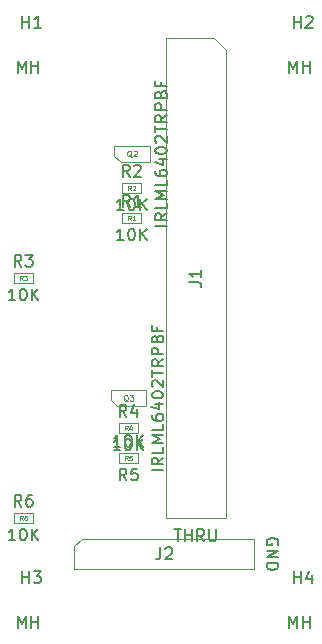
<source format=gbr>
G04 #@! TF.GenerationSoftware,KiCad,Pcbnew,(5.1.9)-1*
G04 #@! TF.CreationDate,2021-11-12T16:09:24-07:00*
G04 #@! TF.ProjectId,ABSIS_Nano_Relay_Module,41425349-535f-44e6-916e-6f5f52656c61,1*
G04 #@! TF.SameCoordinates,Original*
G04 #@! TF.FileFunction,Other,Fab,Top*
%FSLAX46Y46*%
G04 Gerber Fmt 4.6, Leading zero omitted, Abs format (unit mm)*
G04 Created by KiCad (PCBNEW (5.1.9)-1) date 2021-11-12 16:09:24*
%MOMM*%
%LPD*%
G01*
G04 APERTURE LIST*
%ADD10C,0.100000*%
%ADD11C,0.150000*%
%ADD12C,0.060000*%
%ADD13C,0.075000*%
G04 APERTURE END LIST*
D10*
X131635000Y-108192500D02*
X131635000Y-107367500D01*
X131635000Y-107367500D02*
X133235000Y-107367500D01*
X133235000Y-107367500D02*
X133235000Y-108192500D01*
X133235000Y-108192500D02*
X131635000Y-108192500D01*
X142125000Y-102287500D02*
X142125000Y-103112500D01*
X142125000Y-103112500D02*
X140525000Y-103112500D01*
X140525000Y-103112500D02*
X140525000Y-102287500D01*
X140525000Y-102287500D02*
X142125000Y-102287500D01*
X140525000Y-100572500D02*
X140525000Y-99747500D01*
X140525000Y-99747500D02*
X142125000Y-99747500D01*
X142125000Y-99747500D02*
X142125000Y-100572500D01*
X142125000Y-100572500D02*
X140525000Y-100572500D01*
X131635000Y-87872500D02*
X131635000Y-87047500D01*
X131635000Y-87047500D02*
X133235000Y-87047500D01*
X133235000Y-87047500D02*
X133235000Y-87872500D01*
X133235000Y-87872500D02*
X131635000Y-87872500D01*
X140802500Y-80252500D02*
X140802500Y-79427500D01*
X140802500Y-79427500D02*
X142402500Y-79427500D01*
X142402500Y-79427500D02*
X142402500Y-80252500D01*
X142402500Y-80252500D02*
X140802500Y-80252500D01*
X140802500Y-82792500D02*
X140802500Y-81967500D01*
X140802500Y-81967500D02*
X142402500Y-81967500D01*
X142402500Y-81967500D02*
X142402500Y-82792500D01*
X142402500Y-82792500D02*
X140802500Y-82792500D01*
X140375000Y-98320000D02*
X142825000Y-98320000D01*
X139805000Y-97770000D02*
X139805000Y-96920000D01*
X140375000Y-98320000D02*
X139805000Y-97770000D01*
X139805000Y-96920000D02*
X142845000Y-96920000D01*
X142845000Y-98320000D02*
X142845000Y-96920000D01*
X140690000Y-77635000D02*
X143140000Y-77635000D01*
X140120000Y-77085000D02*
X140120000Y-76235000D01*
X140690000Y-77635000D02*
X140120000Y-77085000D01*
X140120000Y-76235000D02*
X143160000Y-76235000D01*
X143160000Y-77635000D02*
X143160000Y-76235000D01*
X136740000Y-112080000D02*
X136740000Y-110175000D01*
X136740000Y-110175000D02*
X137375000Y-109540000D01*
X137375000Y-109540000D02*
X151980000Y-109540000D01*
X151980000Y-109540000D02*
X151980000Y-112080000D01*
X151980000Y-112080000D02*
X136740000Y-112080000D01*
X144500000Y-67140000D02*
X148580000Y-67140000D01*
X148580000Y-67140000D02*
X149580000Y-68140000D01*
X149580000Y-68140000D02*
X149580000Y-107780000D01*
X149580000Y-107780000D02*
X144500000Y-107780000D01*
X144500000Y-107780000D02*
X144500000Y-67140000D01*
D11*
X132268333Y-106802380D02*
X131935000Y-106326190D01*
X131696904Y-106802380D02*
X131696904Y-105802380D01*
X132077857Y-105802380D01*
X132173095Y-105850000D01*
X132220714Y-105897619D01*
X132268333Y-105992857D01*
X132268333Y-106135714D01*
X132220714Y-106230952D01*
X132173095Y-106278571D01*
X132077857Y-106326190D01*
X131696904Y-106326190D01*
X133125476Y-105802380D02*
X132935000Y-105802380D01*
X132839761Y-105850000D01*
X132792142Y-105897619D01*
X132696904Y-106040476D01*
X132649285Y-106230952D01*
X132649285Y-106611904D01*
X132696904Y-106707142D01*
X132744523Y-106754761D01*
X132839761Y-106802380D01*
X133030238Y-106802380D01*
X133125476Y-106754761D01*
X133173095Y-106707142D01*
X133220714Y-106611904D01*
X133220714Y-106373809D01*
X133173095Y-106278571D01*
X133125476Y-106230952D01*
X133030238Y-106183333D01*
X132839761Y-106183333D01*
X132744523Y-106230952D01*
X132696904Y-106278571D01*
X132649285Y-106373809D01*
X131744523Y-109662380D02*
X131173095Y-109662380D01*
X131458809Y-109662380D02*
X131458809Y-108662380D01*
X131363571Y-108805238D01*
X131268333Y-108900476D01*
X131173095Y-108948095D01*
X132363571Y-108662380D02*
X132458809Y-108662380D01*
X132554047Y-108710000D01*
X132601666Y-108757619D01*
X132649285Y-108852857D01*
X132696904Y-109043333D01*
X132696904Y-109281428D01*
X132649285Y-109471904D01*
X132601666Y-109567142D01*
X132554047Y-109614761D01*
X132458809Y-109662380D01*
X132363571Y-109662380D01*
X132268333Y-109614761D01*
X132220714Y-109567142D01*
X132173095Y-109471904D01*
X132125476Y-109281428D01*
X132125476Y-109043333D01*
X132173095Y-108852857D01*
X132220714Y-108757619D01*
X132268333Y-108710000D01*
X132363571Y-108662380D01*
X133125476Y-109662380D02*
X133125476Y-108662380D01*
X133696904Y-109662380D02*
X133268333Y-109090952D01*
X133696904Y-108662380D02*
X133125476Y-109233809D01*
D12*
X132368333Y-107960952D02*
X132235000Y-107770476D01*
X132139761Y-107960952D02*
X132139761Y-107560952D01*
X132292142Y-107560952D01*
X132330238Y-107580000D01*
X132349285Y-107599047D01*
X132368333Y-107637142D01*
X132368333Y-107694285D01*
X132349285Y-107732380D01*
X132330238Y-107751428D01*
X132292142Y-107770476D01*
X132139761Y-107770476D01*
X132711190Y-107560952D02*
X132635000Y-107560952D01*
X132596904Y-107580000D01*
X132577857Y-107599047D01*
X132539761Y-107656190D01*
X132520714Y-107732380D01*
X132520714Y-107884761D01*
X132539761Y-107922857D01*
X132558809Y-107941904D01*
X132596904Y-107960952D01*
X132673095Y-107960952D01*
X132711190Y-107941904D01*
X132730238Y-107922857D01*
X132749285Y-107884761D01*
X132749285Y-107789523D01*
X132730238Y-107751428D01*
X132711190Y-107732380D01*
X132673095Y-107713333D01*
X132596904Y-107713333D01*
X132558809Y-107732380D01*
X132539761Y-107751428D01*
X132520714Y-107789523D01*
D11*
X141158333Y-104582380D02*
X140825000Y-104106190D01*
X140586904Y-104582380D02*
X140586904Y-103582380D01*
X140967857Y-103582380D01*
X141063095Y-103630000D01*
X141110714Y-103677619D01*
X141158333Y-103772857D01*
X141158333Y-103915714D01*
X141110714Y-104010952D01*
X141063095Y-104058571D01*
X140967857Y-104106190D01*
X140586904Y-104106190D01*
X142063095Y-103582380D02*
X141586904Y-103582380D01*
X141539285Y-104058571D01*
X141586904Y-104010952D01*
X141682142Y-103963333D01*
X141920238Y-103963333D01*
X142015476Y-104010952D01*
X142063095Y-104058571D01*
X142110714Y-104153809D01*
X142110714Y-104391904D01*
X142063095Y-104487142D01*
X142015476Y-104534761D01*
X141920238Y-104582380D01*
X141682142Y-104582380D01*
X141586904Y-104534761D01*
X141539285Y-104487142D01*
X140634523Y-101722380D02*
X140063095Y-101722380D01*
X140348809Y-101722380D02*
X140348809Y-100722380D01*
X140253571Y-100865238D01*
X140158333Y-100960476D01*
X140063095Y-101008095D01*
X141253571Y-100722380D02*
X141348809Y-100722380D01*
X141444047Y-100770000D01*
X141491666Y-100817619D01*
X141539285Y-100912857D01*
X141586904Y-101103333D01*
X141586904Y-101341428D01*
X141539285Y-101531904D01*
X141491666Y-101627142D01*
X141444047Y-101674761D01*
X141348809Y-101722380D01*
X141253571Y-101722380D01*
X141158333Y-101674761D01*
X141110714Y-101627142D01*
X141063095Y-101531904D01*
X141015476Y-101341428D01*
X141015476Y-101103333D01*
X141063095Y-100912857D01*
X141110714Y-100817619D01*
X141158333Y-100770000D01*
X141253571Y-100722380D01*
X142015476Y-101722380D02*
X142015476Y-100722380D01*
X142586904Y-101722380D02*
X142158333Y-101150952D01*
X142586904Y-100722380D02*
X142015476Y-101293809D01*
D12*
X141258333Y-102880952D02*
X141125000Y-102690476D01*
X141029761Y-102880952D02*
X141029761Y-102480952D01*
X141182142Y-102480952D01*
X141220238Y-102500000D01*
X141239285Y-102519047D01*
X141258333Y-102557142D01*
X141258333Y-102614285D01*
X141239285Y-102652380D01*
X141220238Y-102671428D01*
X141182142Y-102690476D01*
X141029761Y-102690476D01*
X141620238Y-102480952D02*
X141429761Y-102480952D01*
X141410714Y-102671428D01*
X141429761Y-102652380D01*
X141467857Y-102633333D01*
X141563095Y-102633333D01*
X141601190Y-102652380D01*
X141620238Y-102671428D01*
X141639285Y-102709523D01*
X141639285Y-102804761D01*
X141620238Y-102842857D01*
X141601190Y-102861904D01*
X141563095Y-102880952D01*
X141467857Y-102880952D01*
X141429761Y-102861904D01*
X141410714Y-102842857D01*
D11*
X141158333Y-99182380D02*
X140825000Y-98706190D01*
X140586904Y-99182380D02*
X140586904Y-98182380D01*
X140967857Y-98182380D01*
X141063095Y-98230000D01*
X141110714Y-98277619D01*
X141158333Y-98372857D01*
X141158333Y-98515714D01*
X141110714Y-98610952D01*
X141063095Y-98658571D01*
X140967857Y-98706190D01*
X140586904Y-98706190D01*
X142015476Y-98515714D02*
X142015476Y-99182380D01*
X141777380Y-98134761D02*
X141539285Y-98849047D01*
X142158333Y-98849047D01*
X140634523Y-102042380D02*
X140063095Y-102042380D01*
X140348809Y-102042380D02*
X140348809Y-101042380D01*
X140253571Y-101185238D01*
X140158333Y-101280476D01*
X140063095Y-101328095D01*
X141253571Y-101042380D02*
X141348809Y-101042380D01*
X141444047Y-101090000D01*
X141491666Y-101137619D01*
X141539285Y-101232857D01*
X141586904Y-101423333D01*
X141586904Y-101661428D01*
X141539285Y-101851904D01*
X141491666Y-101947142D01*
X141444047Y-101994761D01*
X141348809Y-102042380D01*
X141253571Y-102042380D01*
X141158333Y-101994761D01*
X141110714Y-101947142D01*
X141063095Y-101851904D01*
X141015476Y-101661428D01*
X141015476Y-101423333D01*
X141063095Y-101232857D01*
X141110714Y-101137619D01*
X141158333Y-101090000D01*
X141253571Y-101042380D01*
X142015476Y-102042380D02*
X142015476Y-101042380D01*
X142586904Y-102042380D02*
X142158333Y-101470952D01*
X142586904Y-101042380D02*
X142015476Y-101613809D01*
D12*
X141258333Y-100340952D02*
X141125000Y-100150476D01*
X141029761Y-100340952D02*
X141029761Y-99940952D01*
X141182142Y-99940952D01*
X141220238Y-99960000D01*
X141239285Y-99979047D01*
X141258333Y-100017142D01*
X141258333Y-100074285D01*
X141239285Y-100112380D01*
X141220238Y-100131428D01*
X141182142Y-100150476D01*
X141029761Y-100150476D01*
X141601190Y-100074285D02*
X141601190Y-100340952D01*
X141505952Y-99921904D02*
X141410714Y-100207619D01*
X141658333Y-100207619D01*
D11*
X132268333Y-86482380D02*
X131935000Y-86006190D01*
X131696904Y-86482380D02*
X131696904Y-85482380D01*
X132077857Y-85482380D01*
X132173095Y-85530000D01*
X132220714Y-85577619D01*
X132268333Y-85672857D01*
X132268333Y-85815714D01*
X132220714Y-85910952D01*
X132173095Y-85958571D01*
X132077857Y-86006190D01*
X131696904Y-86006190D01*
X132601666Y-85482380D02*
X133220714Y-85482380D01*
X132887380Y-85863333D01*
X133030238Y-85863333D01*
X133125476Y-85910952D01*
X133173095Y-85958571D01*
X133220714Y-86053809D01*
X133220714Y-86291904D01*
X133173095Y-86387142D01*
X133125476Y-86434761D01*
X133030238Y-86482380D01*
X132744523Y-86482380D01*
X132649285Y-86434761D01*
X132601666Y-86387142D01*
X131744523Y-89342380D02*
X131173095Y-89342380D01*
X131458809Y-89342380D02*
X131458809Y-88342380D01*
X131363571Y-88485238D01*
X131268333Y-88580476D01*
X131173095Y-88628095D01*
X132363571Y-88342380D02*
X132458809Y-88342380D01*
X132554047Y-88390000D01*
X132601666Y-88437619D01*
X132649285Y-88532857D01*
X132696904Y-88723333D01*
X132696904Y-88961428D01*
X132649285Y-89151904D01*
X132601666Y-89247142D01*
X132554047Y-89294761D01*
X132458809Y-89342380D01*
X132363571Y-89342380D01*
X132268333Y-89294761D01*
X132220714Y-89247142D01*
X132173095Y-89151904D01*
X132125476Y-88961428D01*
X132125476Y-88723333D01*
X132173095Y-88532857D01*
X132220714Y-88437619D01*
X132268333Y-88390000D01*
X132363571Y-88342380D01*
X133125476Y-89342380D02*
X133125476Y-88342380D01*
X133696904Y-89342380D02*
X133268333Y-88770952D01*
X133696904Y-88342380D02*
X133125476Y-88913809D01*
D12*
X132368333Y-87640952D02*
X132235000Y-87450476D01*
X132139761Y-87640952D02*
X132139761Y-87240952D01*
X132292142Y-87240952D01*
X132330238Y-87260000D01*
X132349285Y-87279047D01*
X132368333Y-87317142D01*
X132368333Y-87374285D01*
X132349285Y-87412380D01*
X132330238Y-87431428D01*
X132292142Y-87450476D01*
X132139761Y-87450476D01*
X132501666Y-87240952D02*
X132749285Y-87240952D01*
X132615952Y-87393333D01*
X132673095Y-87393333D01*
X132711190Y-87412380D01*
X132730238Y-87431428D01*
X132749285Y-87469523D01*
X132749285Y-87564761D01*
X132730238Y-87602857D01*
X132711190Y-87621904D01*
X132673095Y-87640952D01*
X132558809Y-87640952D01*
X132520714Y-87621904D01*
X132501666Y-87602857D01*
D11*
X141435833Y-78862380D02*
X141102500Y-78386190D01*
X140864404Y-78862380D02*
X140864404Y-77862380D01*
X141245357Y-77862380D01*
X141340595Y-77910000D01*
X141388214Y-77957619D01*
X141435833Y-78052857D01*
X141435833Y-78195714D01*
X141388214Y-78290952D01*
X141340595Y-78338571D01*
X141245357Y-78386190D01*
X140864404Y-78386190D01*
X141816785Y-77957619D02*
X141864404Y-77910000D01*
X141959642Y-77862380D01*
X142197738Y-77862380D01*
X142292976Y-77910000D01*
X142340595Y-77957619D01*
X142388214Y-78052857D01*
X142388214Y-78148095D01*
X142340595Y-78290952D01*
X141769166Y-78862380D01*
X142388214Y-78862380D01*
X140912023Y-81722380D02*
X140340595Y-81722380D01*
X140626309Y-81722380D02*
X140626309Y-80722380D01*
X140531071Y-80865238D01*
X140435833Y-80960476D01*
X140340595Y-81008095D01*
X141531071Y-80722380D02*
X141626309Y-80722380D01*
X141721547Y-80770000D01*
X141769166Y-80817619D01*
X141816785Y-80912857D01*
X141864404Y-81103333D01*
X141864404Y-81341428D01*
X141816785Y-81531904D01*
X141769166Y-81627142D01*
X141721547Y-81674761D01*
X141626309Y-81722380D01*
X141531071Y-81722380D01*
X141435833Y-81674761D01*
X141388214Y-81627142D01*
X141340595Y-81531904D01*
X141292976Y-81341428D01*
X141292976Y-81103333D01*
X141340595Y-80912857D01*
X141388214Y-80817619D01*
X141435833Y-80770000D01*
X141531071Y-80722380D01*
X142292976Y-81722380D02*
X142292976Y-80722380D01*
X142864404Y-81722380D02*
X142435833Y-81150952D01*
X142864404Y-80722380D02*
X142292976Y-81293809D01*
D12*
X141535833Y-80020952D02*
X141402500Y-79830476D01*
X141307261Y-80020952D02*
X141307261Y-79620952D01*
X141459642Y-79620952D01*
X141497738Y-79640000D01*
X141516785Y-79659047D01*
X141535833Y-79697142D01*
X141535833Y-79754285D01*
X141516785Y-79792380D01*
X141497738Y-79811428D01*
X141459642Y-79830476D01*
X141307261Y-79830476D01*
X141688214Y-79659047D02*
X141707261Y-79640000D01*
X141745357Y-79620952D01*
X141840595Y-79620952D01*
X141878690Y-79640000D01*
X141897738Y-79659047D01*
X141916785Y-79697142D01*
X141916785Y-79735238D01*
X141897738Y-79792380D01*
X141669166Y-80020952D01*
X141916785Y-80020952D01*
D11*
X141435833Y-81402380D02*
X141102500Y-80926190D01*
X140864404Y-81402380D02*
X140864404Y-80402380D01*
X141245357Y-80402380D01*
X141340595Y-80450000D01*
X141388214Y-80497619D01*
X141435833Y-80592857D01*
X141435833Y-80735714D01*
X141388214Y-80830952D01*
X141340595Y-80878571D01*
X141245357Y-80926190D01*
X140864404Y-80926190D01*
X142388214Y-81402380D02*
X141816785Y-81402380D01*
X142102500Y-81402380D02*
X142102500Y-80402380D01*
X142007261Y-80545238D01*
X141912023Y-80640476D01*
X141816785Y-80688095D01*
X140912023Y-84262380D02*
X140340595Y-84262380D01*
X140626309Y-84262380D02*
X140626309Y-83262380D01*
X140531071Y-83405238D01*
X140435833Y-83500476D01*
X140340595Y-83548095D01*
X141531071Y-83262380D02*
X141626309Y-83262380D01*
X141721547Y-83310000D01*
X141769166Y-83357619D01*
X141816785Y-83452857D01*
X141864404Y-83643333D01*
X141864404Y-83881428D01*
X141816785Y-84071904D01*
X141769166Y-84167142D01*
X141721547Y-84214761D01*
X141626309Y-84262380D01*
X141531071Y-84262380D01*
X141435833Y-84214761D01*
X141388214Y-84167142D01*
X141340595Y-84071904D01*
X141292976Y-83881428D01*
X141292976Y-83643333D01*
X141340595Y-83452857D01*
X141388214Y-83357619D01*
X141435833Y-83310000D01*
X141531071Y-83262380D01*
X142292976Y-84262380D02*
X142292976Y-83262380D01*
X142864404Y-84262380D02*
X142435833Y-83690952D01*
X142864404Y-83262380D02*
X142292976Y-83833809D01*
D12*
X141535833Y-82560952D02*
X141402500Y-82370476D01*
X141307261Y-82560952D02*
X141307261Y-82160952D01*
X141459642Y-82160952D01*
X141497738Y-82180000D01*
X141516785Y-82199047D01*
X141535833Y-82237142D01*
X141535833Y-82294285D01*
X141516785Y-82332380D01*
X141497738Y-82351428D01*
X141459642Y-82370476D01*
X141307261Y-82370476D01*
X141916785Y-82560952D02*
X141688214Y-82560952D01*
X141802500Y-82560952D02*
X141802500Y-82160952D01*
X141764404Y-82218095D01*
X141726309Y-82256190D01*
X141688214Y-82275238D01*
D11*
X144277380Y-103715238D02*
X143277380Y-103715238D01*
X144277380Y-102667619D02*
X143801190Y-103000952D01*
X144277380Y-103239047D02*
X143277380Y-103239047D01*
X143277380Y-102858095D01*
X143325000Y-102762857D01*
X143372619Y-102715238D01*
X143467857Y-102667619D01*
X143610714Y-102667619D01*
X143705952Y-102715238D01*
X143753571Y-102762857D01*
X143801190Y-102858095D01*
X143801190Y-103239047D01*
X144277380Y-101762857D02*
X144277380Y-102239047D01*
X143277380Y-102239047D01*
X144277380Y-101429523D02*
X143277380Y-101429523D01*
X143991666Y-101096190D01*
X143277380Y-100762857D01*
X144277380Y-100762857D01*
X144277380Y-99810476D02*
X144277380Y-100286666D01*
X143277380Y-100286666D01*
X143277380Y-99048571D02*
X143277380Y-99239047D01*
X143325000Y-99334285D01*
X143372619Y-99381904D01*
X143515476Y-99477142D01*
X143705952Y-99524761D01*
X144086904Y-99524761D01*
X144182142Y-99477142D01*
X144229761Y-99429523D01*
X144277380Y-99334285D01*
X144277380Y-99143809D01*
X144229761Y-99048571D01*
X144182142Y-99000952D01*
X144086904Y-98953333D01*
X143848809Y-98953333D01*
X143753571Y-99000952D01*
X143705952Y-99048571D01*
X143658333Y-99143809D01*
X143658333Y-99334285D01*
X143705952Y-99429523D01*
X143753571Y-99477142D01*
X143848809Y-99524761D01*
X143610714Y-98096190D02*
X144277380Y-98096190D01*
X143229761Y-98334285D02*
X143944047Y-98572380D01*
X143944047Y-97953333D01*
X143277380Y-97381904D02*
X143277380Y-97286666D01*
X143325000Y-97191428D01*
X143372619Y-97143809D01*
X143467857Y-97096190D01*
X143658333Y-97048571D01*
X143896428Y-97048571D01*
X144086904Y-97096190D01*
X144182142Y-97143809D01*
X144229761Y-97191428D01*
X144277380Y-97286666D01*
X144277380Y-97381904D01*
X144229761Y-97477142D01*
X144182142Y-97524761D01*
X144086904Y-97572380D01*
X143896428Y-97620000D01*
X143658333Y-97620000D01*
X143467857Y-97572380D01*
X143372619Y-97524761D01*
X143325000Y-97477142D01*
X143277380Y-97381904D01*
X143372619Y-96667619D02*
X143325000Y-96620000D01*
X143277380Y-96524761D01*
X143277380Y-96286666D01*
X143325000Y-96191428D01*
X143372619Y-96143809D01*
X143467857Y-96096190D01*
X143563095Y-96096190D01*
X143705952Y-96143809D01*
X144277380Y-96715238D01*
X144277380Y-96096190D01*
X143277380Y-95810476D02*
X143277380Y-95239047D01*
X144277380Y-95524761D02*
X143277380Y-95524761D01*
X144277380Y-94334285D02*
X143801190Y-94667619D01*
X144277380Y-94905714D02*
X143277380Y-94905714D01*
X143277380Y-94524761D01*
X143325000Y-94429523D01*
X143372619Y-94381904D01*
X143467857Y-94334285D01*
X143610714Y-94334285D01*
X143705952Y-94381904D01*
X143753571Y-94429523D01*
X143801190Y-94524761D01*
X143801190Y-94905714D01*
X144277380Y-93905714D02*
X143277380Y-93905714D01*
X143277380Y-93524761D01*
X143325000Y-93429523D01*
X143372619Y-93381904D01*
X143467857Y-93334285D01*
X143610714Y-93334285D01*
X143705952Y-93381904D01*
X143753571Y-93429523D01*
X143801190Y-93524761D01*
X143801190Y-93905714D01*
X143753571Y-92572380D02*
X143801190Y-92429523D01*
X143848809Y-92381904D01*
X143944047Y-92334285D01*
X144086904Y-92334285D01*
X144182142Y-92381904D01*
X144229761Y-92429523D01*
X144277380Y-92524761D01*
X144277380Y-92905714D01*
X143277380Y-92905714D01*
X143277380Y-92572380D01*
X143325000Y-92477142D01*
X143372619Y-92429523D01*
X143467857Y-92381904D01*
X143563095Y-92381904D01*
X143658333Y-92429523D01*
X143705952Y-92477142D01*
X143753571Y-92572380D01*
X143753571Y-92905714D01*
X143753571Y-91572380D02*
X143753571Y-91905714D01*
X144277380Y-91905714D02*
X143277380Y-91905714D01*
X143277380Y-91429523D01*
D13*
X141277380Y-97893809D02*
X141229761Y-97870000D01*
X141182142Y-97822380D01*
X141110714Y-97750952D01*
X141063095Y-97727142D01*
X141015476Y-97727142D01*
X141039285Y-97846190D02*
X140991666Y-97822380D01*
X140944047Y-97774761D01*
X140920238Y-97679523D01*
X140920238Y-97512857D01*
X140944047Y-97417619D01*
X140991666Y-97370000D01*
X141039285Y-97346190D01*
X141134523Y-97346190D01*
X141182142Y-97370000D01*
X141229761Y-97417619D01*
X141253571Y-97512857D01*
X141253571Y-97679523D01*
X141229761Y-97774761D01*
X141182142Y-97822380D01*
X141134523Y-97846190D01*
X141039285Y-97846190D01*
X141420238Y-97346190D02*
X141729761Y-97346190D01*
X141563095Y-97536666D01*
X141634523Y-97536666D01*
X141682142Y-97560476D01*
X141705952Y-97584285D01*
X141729761Y-97631904D01*
X141729761Y-97750952D01*
X141705952Y-97798571D01*
X141682142Y-97822380D01*
X141634523Y-97846190D01*
X141491666Y-97846190D01*
X141444047Y-97822380D01*
X141420238Y-97798571D01*
D11*
X144592380Y-83030238D02*
X143592380Y-83030238D01*
X144592380Y-81982619D02*
X144116190Y-82315952D01*
X144592380Y-82554047D02*
X143592380Y-82554047D01*
X143592380Y-82173095D01*
X143640000Y-82077857D01*
X143687619Y-82030238D01*
X143782857Y-81982619D01*
X143925714Y-81982619D01*
X144020952Y-82030238D01*
X144068571Y-82077857D01*
X144116190Y-82173095D01*
X144116190Y-82554047D01*
X144592380Y-81077857D02*
X144592380Y-81554047D01*
X143592380Y-81554047D01*
X144592380Y-80744523D02*
X143592380Y-80744523D01*
X144306666Y-80411190D01*
X143592380Y-80077857D01*
X144592380Y-80077857D01*
X144592380Y-79125476D02*
X144592380Y-79601666D01*
X143592380Y-79601666D01*
X143592380Y-78363571D02*
X143592380Y-78554047D01*
X143640000Y-78649285D01*
X143687619Y-78696904D01*
X143830476Y-78792142D01*
X144020952Y-78839761D01*
X144401904Y-78839761D01*
X144497142Y-78792142D01*
X144544761Y-78744523D01*
X144592380Y-78649285D01*
X144592380Y-78458809D01*
X144544761Y-78363571D01*
X144497142Y-78315952D01*
X144401904Y-78268333D01*
X144163809Y-78268333D01*
X144068571Y-78315952D01*
X144020952Y-78363571D01*
X143973333Y-78458809D01*
X143973333Y-78649285D01*
X144020952Y-78744523D01*
X144068571Y-78792142D01*
X144163809Y-78839761D01*
X143925714Y-77411190D02*
X144592380Y-77411190D01*
X143544761Y-77649285D02*
X144259047Y-77887380D01*
X144259047Y-77268333D01*
X143592380Y-76696904D02*
X143592380Y-76601666D01*
X143640000Y-76506428D01*
X143687619Y-76458809D01*
X143782857Y-76411190D01*
X143973333Y-76363571D01*
X144211428Y-76363571D01*
X144401904Y-76411190D01*
X144497142Y-76458809D01*
X144544761Y-76506428D01*
X144592380Y-76601666D01*
X144592380Y-76696904D01*
X144544761Y-76792142D01*
X144497142Y-76839761D01*
X144401904Y-76887380D01*
X144211428Y-76935000D01*
X143973333Y-76935000D01*
X143782857Y-76887380D01*
X143687619Y-76839761D01*
X143640000Y-76792142D01*
X143592380Y-76696904D01*
X143687619Y-75982619D02*
X143640000Y-75935000D01*
X143592380Y-75839761D01*
X143592380Y-75601666D01*
X143640000Y-75506428D01*
X143687619Y-75458809D01*
X143782857Y-75411190D01*
X143878095Y-75411190D01*
X144020952Y-75458809D01*
X144592380Y-76030238D01*
X144592380Y-75411190D01*
X143592380Y-75125476D02*
X143592380Y-74554047D01*
X144592380Y-74839761D02*
X143592380Y-74839761D01*
X144592380Y-73649285D02*
X144116190Y-73982619D01*
X144592380Y-74220714D02*
X143592380Y-74220714D01*
X143592380Y-73839761D01*
X143640000Y-73744523D01*
X143687619Y-73696904D01*
X143782857Y-73649285D01*
X143925714Y-73649285D01*
X144020952Y-73696904D01*
X144068571Y-73744523D01*
X144116190Y-73839761D01*
X144116190Y-74220714D01*
X144592380Y-73220714D02*
X143592380Y-73220714D01*
X143592380Y-72839761D01*
X143640000Y-72744523D01*
X143687619Y-72696904D01*
X143782857Y-72649285D01*
X143925714Y-72649285D01*
X144020952Y-72696904D01*
X144068571Y-72744523D01*
X144116190Y-72839761D01*
X144116190Y-73220714D01*
X144068571Y-71887380D02*
X144116190Y-71744523D01*
X144163809Y-71696904D01*
X144259047Y-71649285D01*
X144401904Y-71649285D01*
X144497142Y-71696904D01*
X144544761Y-71744523D01*
X144592380Y-71839761D01*
X144592380Y-72220714D01*
X143592380Y-72220714D01*
X143592380Y-71887380D01*
X143640000Y-71792142D01*
X143687619Y-71744523D01*
X143782857Y-71696904D01*
X143878095Y-71696904D01*
X143973333Y-71744523D01*
X144020952Y-71792142D01*
X144068571Y-71887380D01*
X144068571Y-72220714D01*
X144068571Y-70887380D02*
X144068571Y-71220714D01*
X144592380Y-71220714D02*
X143592380Y-71220714D01*
X143592380Y-70744523D01*
D13*
X141592380Y-77208809D02*
X141544761Y-77185000D01*
X141497142Y-77137380D01*
X141425714Y-77065952D01*
X141378095Y-77042142D01*
X141330476Y-77042142D01*
X141354285Y-77161190D02*
X141306666Y-77137380D01*
X141259047Y-77089761D01*
X141235238Y-76994523D01*
X141235238Y-76827857D01*
X141259047Y-76732619D01*
X141306666Y-76685000D01*
X141354285Y-76661190D01*
X141449523Y-76661190D01*
X141497142Y-76685000D01*
X141544761Y-76732619D01*
X141568571Y-76827857D01*
X141568571Y-76994523D01*
X141544761Y-77089761D01*
X141497142Y-77137380D01*
X141449523Y-77161190D01*
X141354285Y-77161190D01*
X141759047Y-76708809D02*
X141782857Y-76685000D01*
X141830476Y-76661190D01*
X141949523Y-76661190D01*
X141997142Y-76685000D01*
X142020952Y-76708809D01*
X142044761Y-76756428D01*
X142044761Y-76804047D01*
X142020952Y-76875476D01*
X141735238Y-77161190D01*
X142044761Y-77161190D01*
D11*
X153980000Y-110048095D02*
X154027619Y-109952857D01*
X154027619Y-109810000D01*
X153980000Y-109667142D01*
X153884761Y-109571904D01*
X153789523Y-109524285D01*
X153599047Y-109476666D01*
X153456190Y-109476666D01*
X153265714Y-109524285D01*
X153170476Y-109571904D01*
X153075238Y-109667142D01*
X153027619Y-109810000D01*
X153027619Y-109905238D01*
X153075238Y-110048095D01*
X153122857Y-110095714D01*
X153456190Y-110095714D01*
X153456190Y-109905238D01*
X153027619Y-110524285D02*
X154027619Y-110524285D01*
X153027619Y-111095714D01*
X154027619Y-111095714D01*
X153027619Y-111571904D02*
X154027619Y-111571904D01*
X154027619Y-111810000D01*
X153980000Y-111952857D01*
X153884761Y-112048095D01*
X153789523Y-112095714D01*
X153599047Y-112143333D01*
X153456190Y-112143333D01*
X153265714Y-112095714D01*
X153170476Y-112048095D01*
X153075238Y-111952857D01*
X153027619Y-111810000D01*
X153027619Y-111571904D01*
X144026666Y-110262380D02*
X144026666Y-110976666D01*
X143979047Y-111119523D01*
X143883809Y-111214761D01*
X143740952Y-111262380D01*
X143645714Y-111262380D01*
X144455238Y-110357619D02*
X144502857Y-110310000D01*
X144598095Y-110262380D01*
X144836190Y-110262380D01*
X144931428Y-110310000D01*
X144979047Y-110357619D01*
X145026666Y-110452857D01*
X145026666Y-110548095D01*
X144979047Y-110690952D01*
X144407619Y-111262380D01*
X145026666Y-111262380D01*
X145206666Y-108732380D02*
X145778095Y-108732380D01*
X145492380Y-109732380D02*
X145492380Y-108732380D01*
X146111428Y-109732380D02*
X146111428Y-108732380D01*
X146111428Y-109208571D02*
X146682857Y-109208571D01*
X146682857Y-109732380D02*
X146682857Y-108732380D01*
X147730476Y-109732380D02*
X147397142Y-109256190D01*
X147159047Y-109732380D02*
X147159047Y-108732380D01*
X147540000Y-108732380D01*
X147635238Y-108780000D01*
X147682857Y-108827619D01*
X147730476Y-108922857D01*
X147730476Y-109065714D01*
X147682857Y-109160952D01*
X147635238Y-109208571D01*
X147540000Y-109256190D01*
X147159047Y-109256190D01*
X148159047Y-108732380D02*
X148159047Y-109541904D01*
X148206666Y-109637142D01*
X148254285Y-109684761D01*
X148349523Y-109732380D01*
X148540000Y-109732380D01*
X148635238Y-109684761D01*
X148682857Y-109637142D01*
X148730476Y-109541904D01*
X148730476Y-108732380D01*
X146492380Y-87793333D02*
X147206666Y-87793333D01*
X147349523Y-87840952D01*
X147444761Y-87936190D01*
X147492380Y-88079047D01*
X147492380Y-88174285D01*
X147492380Y-86793333D02*
X147492380Y-87364761D01*
X147492380Y-87079047D02*
X146492380Y-87079047D01*
X146635238Y-87174285D01*
X146730476Y-87269523D01*
X146778095Y-87364761D01*
X154952857Y-117062380D02*
X154952857Y-116062380D01*
X155286190Y-116776666D01*
X155619523Y-116062380D01*
X155619523Y-117062380D01*
X156095714Y-117062380D02*
X156095714Y-116062380D01*
X156095714Y-116538571D02*
X156667142Y-116538571D01*
X156667142Y-117062380D02*
X156667142Y-116062380D01*
X155348095Y-113262380D02*
X155348095Y-112262380D01*
X155348095Y-112738571D02*
X155919523Y-112738571D01*
X155919523Y-113262380D02*
X155919523Y-112262380D01*
X156824285Y-112595714D02*
X156824285Y-113262380D01*
X156586190Y-112214761D02*
X156348095Y-112929047D01*
X156967142Y-112929047D01*
X131952857Y-117062380D02*
X131952857Y-116062380D01*
X132286190Y-116776666D01*
X132619523Y-116062380D01*
X132619523Y-117062380D01*
X133095714Y-117062380D02*
X133095714Y-116062380D01*
X133095714Y-116538571D02*
X133667142Y-116538571D01*
X133667142Y-117062380D02*
X133667142Y-116062380D01*
X132348095Y-113262380D02*
X132348095Y-112262380D01*
X132348095Y-112738571D02*
X132919523Y-112738571D01*
X132919523Y-113262380D02*
X132919523Y-112262380D01*
X133300476Y-112262380D02*
X133919523Y-112262380D01*
X133586190Y-112643333D01*
X133729047Y-112643333D01*
X133824285Y-112690952D01*
X133871904Y-112738571D01*
X133919523Y-112833809D01*
X133919523Y-113071904D01*
X133871904Y-113167142D01*
X133824285Y-113214761D01*
X133729047Y-113262380D01*
X133443333Y-113262380D01*
X133348095Y-113214761D01*
X133300476Y-113167142D01*
X154952857Y-70062380D02*
X154952857Y-69062380D01*
X155286190Y-69776666D01*
X155619523Y-69062380D01*
X155619523Y-70062380D01*
X156095714Y-70062380D02*
X156095714Y-69062380D01*
X156095714Y-69538571D02*
X156667142Y-69538571D01*
X156667142Y-70062380D02*
X156667142Y-69062380D01*
X155348095Y-66262380D02*
X155348095Y-65262380D01*
X155348095Y-65738571D02*
X155919523Y-65738571D01*
X155919523Y-66262380D02*
X155919523Y-65262380D01*
X156348095Y-65357619D02*
X156395714Y-65310000D01*
X156490952Y-65262380D01*
X156729047Y-65262380D01*
X156824285Y-65310000D01*
X156871904Y-65357619D01*
X156919523Y-65452857D01*
X156919523Y-65548095D01*
X156871904Y-65690952D01*
X156300476Y-66262380D01*
X156919523Y-66262380D01*
X131952857Y-70062380D02*
X131952857Y-69062380D01*
X132286190Y-69776666D01*
X132619523Y-69062380D01*
X132619523Y-70062380D01*
X133095714Y-70062380D02*
X133095714Y-69062380D01*
X133095714Y-69538571D02*
X133667142Y-69538571D01*
X133667142Y-70062380D02*
X133667142Y-69062380D01*
X132348095Y-66262380D02*
X132348095Y-65262380D01*
X132348095Y-65738571D02*
X132919523Y-65738571D01*
X132919523Y-66262380D02*
X132919523Y-65262380D01*
X133919523Y-66262380D02*
X133348095Y-66262380D01*
X133633809Y-66262380D02*
X133633809Y-65262380D01*
X133538571Y-65405238D01*
X133443333Y-65500476D01*
X133348095Y-65548095D01*
M02*

</source>
